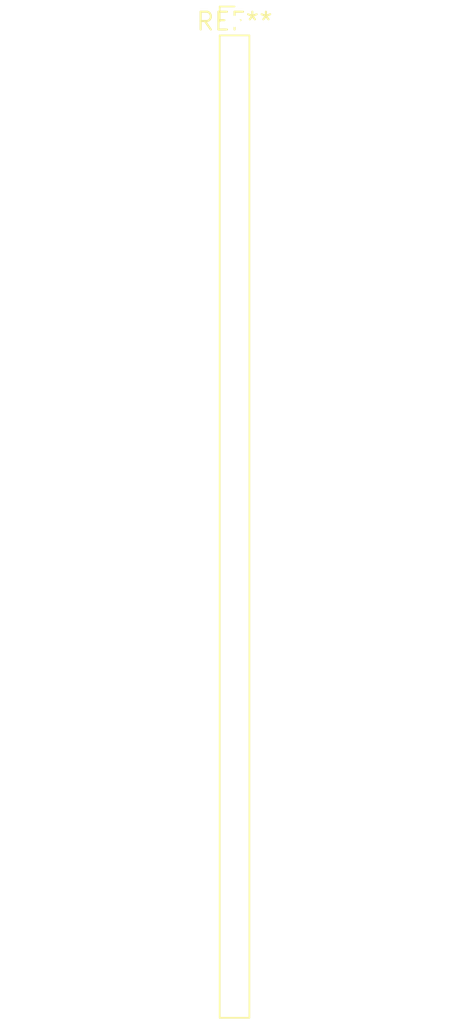
<source format=kicad_pcb>
(kicad_pcb (version 20240108) (generator pcbnew)
  (layers (0 "F.Cu" signal) (31 "B.Cu" signal) (34 "B.Paste" user) (35 "F.Paste" user) (36 "B.SilkS" user "B.Silkscreen") (37 "F.SilkS" user "F.Silkscreen") (38 "B.Mask" user) (39 "F.Mask" user) (44 "Edge.Cuts" user))
  (net 0 "")
  (footprint "PinHeader_1x36_P2.00mm_Vertical" (layer "F.Cu") (at 0 0)
    (property "Reference" "REF**")
    (property "Value" "PinHeader_1x36_P2.00mm_Vertical")
    (fp_line (start -1.06 -1.06) (end 0 -1.06) (layer "F.SilkS") (stroke (width 0.12)))
    (fp_line (start -1.06 0) (end -1.06 -1.06) (layer "F.SilkS") (stroke (width 0.12)))
    (fp_line (start -1.06 1) (end -1.06 71.06) (layer "F.SilkS") (stroke (width 0.12)))
    (fp_line (start -1.06 1) (end 1.06 1) (layer "F.SilkS") (stroke (width 0.12)))
    (fp_line (start -1.06 71.06) (end 1.06 71.06) (layer "F.SilkS") (stroke (width 0.12)))
    (fp_line (start 1.06 1) (end 1.06 71.06) (layer "F.SilkS") (stroke (width 0.12)))
    (pad "1" thru_hole rect (at 0 0) (size 1.35 1.35) (drill 0.8) (layers *.Cu *.Mask) (remove_unused_layers))
    (pad "2" thru_hole oval (at 0 2) (size 1.35 1.35) (drill 0.8) (layers *.Cu *.Mask) (remove_unused_layers))
    (pad "3" thru_hole oval (at 0 4) (size 1.35 1.35) (drill 0.8) (layers *.Cu *.Mask) (remove_unused_layers))
    (pad "4" thru_hole oval (at 0 6) (size 1.35 1.35) (drill 0.8) (layers *.Cu *.Mask) (remove_unused_layers))
    (pad "5" thru_hole oval (at 0 8) (size 1.35 1.35) (drill 0.8) (layers *.Cu *.Mask) (remove_unused_layers))
    (pad "6" thru_hole oval (at 0 10) (size 1.35 1.35) (drill 0.8) (layers *.Cu *.Mask) (remove_unused_layers))
    (pad "7" thru_hole oval (at 0 12) (size 1.35 1.35) (drill 0.8) (layers *.Cu *.Mask) (remove_unused_layers))
    (pad "8" thru_hole oval (at 0 14) (size 1.35 1.35) (drill 0.8) (layers *.Cu *.Mask) (remove_unused_layers))
    (pad "9" thru_hole oval (at 0 16) (size 1.35 1.35) (drill 0.8) (layers *.Cu *.Mask) (remove_unused_layers))
    (pad "10" thru_hole oval (at 0 18) (size 1.35 1.35) (drill 0.8) (layers *.Cu *.Mask) (remove_unused_layers))
    (pad "11" thru_hole oval (at 0 20) (size 1.35 1.35) (drill 0.8) (layers *.Cu *.Mask) (remove_unused_layers))
    (pad "12" thru_hole oval (at 0 22) (size 1.35 1.35) (drill 0.8) (layers *.Cu *.Mask) (remove_unused_layers))
    (pad "13" thru_hole oval (at 0 24) (size 1.35 1.35) (drill 0.8) (layers *.Cu *.Mask) (remove_unused_layers))
    (pad "14" thru_hole oval (at 0 26) (size 1.35 1.35) (drill 0.8) (layers *.Cu *.Mask) (remove_unused_layers))
    (pad "15" thru_hole oval (at 0 28) (size 1.35 1.35) (drill 0.8) (layers *.Cu *.Mask) (remove_unused_layers))
    (pad "16" thru_hole oval (at 0 30) (size 1.35 1.35) (drill 0.8) (layers *.Cu *.Mask) (remove_unused_layers))
    (pad "17" thru_hole oval (at 0 32) (size 1.35 1.35) (drill 0.8) (layers *.Cu *.Mask) (remove_unused_layers))
    (pad "18" thru_hole oval (at 0 34) (size 1.35 1.35) (drill 0.8) (layers *.Cu *.Mask) (remove_unused_layers))
    (pad "19" thru_hole oval (at 0 36) (size 1.35 1.35) (drill 0.8) (layers *.Cu *.Mask) (remove_unused_layers))
    (pad "20" thru_hole oval (at 0 38) (size 1.35 1.35) (drill 0.8) (layers *.Cu *.Mask) (remove_unused_layers))
    (pad "21" thru_hole oval (at 0 40) (size 1.35 1.35) (drill 0.8) (layers *.Cu *.Mask) (remove_unused_layers))
    (pad "22" thru_hole oval (at 0 42) (size 1.35 1.35) (drill 0.8) (layers *.Cu *.Mask) (remove_unused_layers))
    (pad "23" thru_hole oval (at 0 44) (size 1.35 1.35) (drill 0.8) (layers *.Cu *.Mask) (remove_unused_layers))
    (pad "24" thru_hole oval (at 0 46) (size 1.35 1.35) (drill 0.8) (layers *.Cu *.Mask) (remove_unused_layers))
    (pad "25" thru_hole oval (at 0 48) (size 1.35 1.35) (drill 0.8) (layers *.Cu *.Mask) (remove_unused_layers))
    (pad "26" thru_hole oval (at 0 50) (size 1.35 1.35) (drill 0.8) (layers *.Cu *.Mask) (remove_unused_layers))
    (pad "27" thru_hole oval (at 0 52) (size 1.35 1.35) (drill 0.8) (layers *.Cu *.Mask) (remove_unused_layers))
    (pad "28" thru_hole oval (at 0 54) (size 1.35 1.35) (drill 0.8) (layers *.Cu *.Mask) (remove_unused_layers))
    (pad "29" thru_hole oval (at 0 56) (size 1.35 1.35) (drill 0.8) (layers *.Cu *.Mask) (remove_unused_layers))
    (pad "30" thru_hole oval (at 0 58) (size 1.35 1.35) (drill 0.8) (layers *.Cu *.Mask) (remove_unused_layers))
    (pad "31" thru_hole oval (at 0 60) (size 1.35 1.35) (drill 0.8) (layers *.Cu *.Mask) (remove_unused_layers))
    (pad "32" thru_hole oval (at 0 62) (size 1.35 1.35) (drill 0.8) (layers *.Cu *.Mask) (remove_unused_layers))
    (pad "33" thru_hole oval (at 0 64) (size 1.35 1.35) (drill 0.8) (layers *.Cu *.Mask) (remove_unused_layers))
    (pad "34" thru_hole oval (at 0 66) (size 1.35 1.35) (drill 0.8) (layers *.Cu *.Mask) (remove_unused_layers))
    (pad "35" thru_hole oval (at 0 68) (size 1.35 1.35) (drill 0.8) (layers *.Cu *.Mask) (remove_unused_layers))
    (pad "36" thru_hole oval (at 0 70) (size 1.35 1.35) (drill 0.8) (layers *.Cu *.Mask) (remove_unused_layers))
  )
)
</source>
